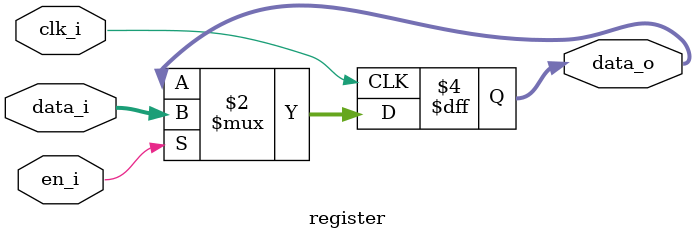
<source format=sv>
`timescale 1ns / 1ps

module register #(parameter N = 16) 
    (
        input logic clk_i,
        input logic en_i,
        input logic [N-1:0] data_i,

        output logic [N-1:0] data_o
    );

    always@(posedge clk_i)begin
        if(en_i)
            data_o<=data_i;

    end

endmodule
</source>
